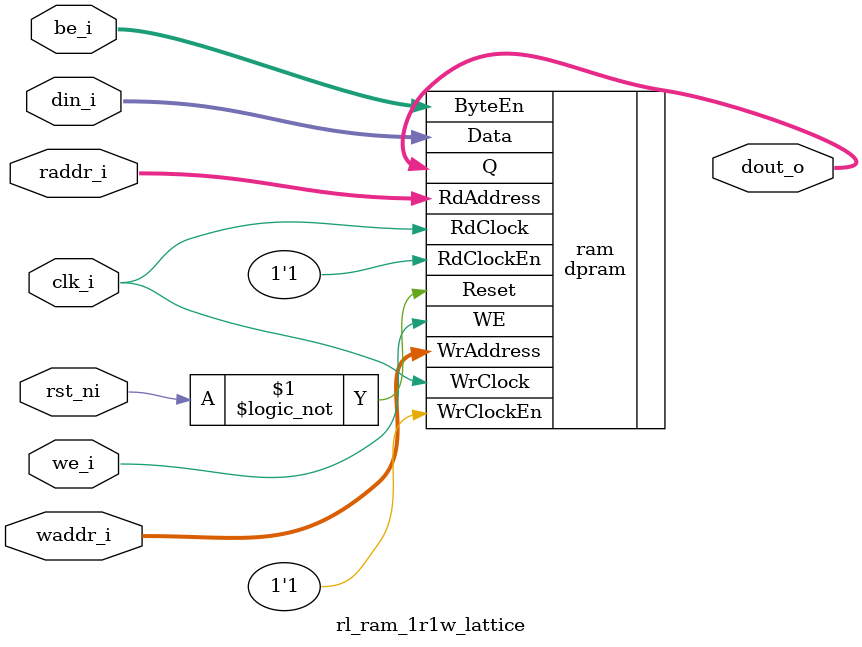
<source format=sv>



// Tech Specific implementation for Lattice Boot ROM
// This is specifically a 2048x32 Dual port RAM
// Will need cleaming up to add other size RAMs based on passwed parameters 

module rl_ram_1r1w_lattice #(
  parameter ABITS      = 10,
  parameter DBITS      = 32,
  parameter INIT_FILE  = ""
)
(
  input                        rst_ni,
  input                        clk_i,

  //Write side
  input      [ ABITS     -1:0] waddr_i,
  input      [ DBITS     -1:0] din_i,
  input                        we_i,
  input      [(DBITS+7)/8-1:0] be_i,

  //Read side
  input      [ ABITS     -1:0] raddr_i,
  output reg [ DBITS     -1:0] dout_o
);

  // Instantiate IP from Diamond Tools
	dpram ram (
    .WrAddress( waddr_i ), 
    .RdAddress( raddr_i ), 
    .Data( din_i), 
    .ByteEn( be_i ), 
    .WE( we_i ), 
    .RdClock( clk_i ), 
    .RdClockEn( 1'b1 ), 
    .Reset( !rst_ni ), 
    .WrClock( clk_i ), 
    .WrClockEn( 1'b1 ), 
    .Q( dout_o )
    );

endmodule


</source>
